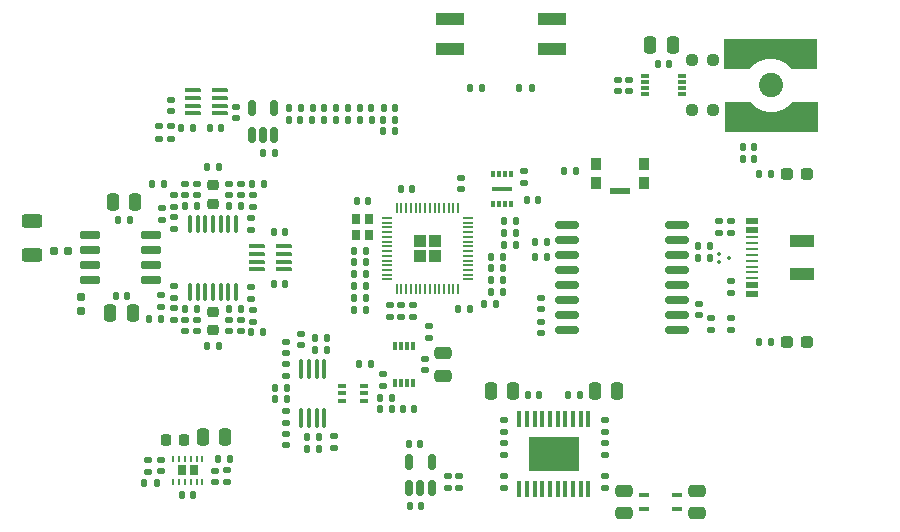
<source format=gtp>
G04 #@! TF.GenerationSoftware,KiCad,Pcbnew,7.0.6-7.0.6~ubuntu20.04.1*
G04 #@! TF.CreationDate,2024-05-17T12:06:41-07:00*
G04 #@! TF.ProjectId,harp_lick_detector_capactive,68617270-5f6c-4696-936b-5f6465746563,rev?*
G04 #@! TF.SameCoordinates,PX640a5a0PY7088980*
G04 #@! TF.FileFunction,Paste,Top*
G04 #@! TF.FilePolarity,Positive*
%FSLAX46Y46*%
G04 Gerber Fmt 4.6, Leading zero omitted, Abs format (unit mm)*
G04 Created by KiCad (PCBNEW 7.0.6-7.0.6~ubuntu20.04.1) date 2024-05-17 12:06:41*
%MOMM*%
%LPD*%
G01*
G04 APERTURE LIST*
G04 Aperture macros list*
%AMRoundRect*
0 Rectangle with rounded corners*
0 $1 Rounding radius*
0 $2 $3 $4 $5 $6 $7 $8 $9 X,Y pos of 4 corners*
0 Add a 4 corners polygon primitive as box body*
4,1,4,$2,$3,$4,$5,$6,$7,$8,$9,$2,$3,0*
0 Add four circle primitives for the rounded corners*
1,1,$1+$1,$2,$3*
1,1,$1+$1,$4,$5*
1,1,$1+$1,$6,$7*
1,1,$1+$1,$8,$9*
0 Add four rect primitives between the rounded corners*
20,1,$1+$1,$2,$3,$4,$5,0*
20,1,$1+$1,$4,$5,$6,$7,0*
20,1,$1+$1,$6,$7,$8,$9,0*
20,1,$1+$1,$8,$9,$2,$3,0*%
%AMFreePoly0*
4,1,40,6.515355,1.015355,6.530000,0.980000,6.530000,-1.460000,6.515355,-1.495355,6.480000,-1.510000,4.370000,-1.510000,4.367882,-1.509122,4.365698,-1.509814,4.350485,-1.501916,4.334645,-1.495355,4.333768,-1.493237,4.331734,-1.492182,4.233315,-1.375157,4.010127,-1.166713,3.760982,-0.990847,3.490207,-0.850543,3.202844,-0.748414,2.904254,-0.686367,2.599999,-0.665555,2.295745,-0.686367,
1.997154,-0.748415,1.709792,-0.850543,1.439022,-0.990844,1.189872,-1.166713,0.966684,-1.375157,0.868266,-1.492182,0.866231,-1.493237,0.865355,-1.495355,0.849514,-1.501916,0.834302,-1.509814,0.832117,-1.509122,0.830000,-1.510000,-1.280000,-1.510000,-1.315355,-1.495355,-1.330000,-1.460000,-1.330000,0.980000,-1.315355,1.015355,-1.280000,1.030000,6.480000,1.030000,6.515355,1.015355,
6.515355,1.015355,$1*%
G04 Aperture macros list end*
%ADD10RoundRect,0.140000X-0.140000X-0.170000X0.140000X-0.170000X0.140000X0.170000X-0.140000X0.170000X0*%
%ADD11RoundRect,0.140000X-0.170000X0.140000X-0.170000X-0.140000X0.170000X-0.140000X0.170000X0.140000X0*%
%ADD12RoundRect,0.135000X0.185000X-0.135000X0.185000X0.135000X-0.185000X0.135000X-0.185000X-0.135000X0*%
%ADD13RoundRect,0.135000X-0.135000X-0.185000X0.135000X-0.185000X0.135000X0.185000X-0.135000X0.185000X0*%
%ADD14RoundRect,0.237500X0.287500X0.237500X-0.287500X0.237500X-0.287500X-0.237500X0.287500X-0.237500X0*%
%ADD15RoundRect,0.135000X-0.185000X0.135000X-0.185000X-0.135000X0.185000X-0.135000X0.185000X0.135000X0*%
%ADD16RoundRect,0.140000X0.140000X0.170000X-0.140000X0.170000X-0.140000X-0.170000X0.140000X-0.170000X0*%
%ADD17RoundRect,0.135000X0.135000X0.185000X-0.135000X0.185000X-0.135000X-0.185000X0.135000X-0.185000X0*%
%ADD18RoundRect,0.140000X0.170000X-0.140000X0.170000X0.140000X-0.170000X0.140000X-0.170000X-0.140000X0*%
%ADD19RoundRect,0.250000X-0.475000X0.250000X-0.475000X-0.250000X0.475000X-0.250000X0.475000X0.250000X0*%
%ADD20RoundRect,0.160000X0.160000X-0.197500X0.160000X0.197500X-0.160000X0.197500X-0.160000X-0.197500X0*%
%ADD21R,2.440000X1.120000*%
%ADD22RoundRect,0.100000X-0.562500X-0.100000X0.562500X-0.100000X0.562500X0.100000X-0.562500X0.100000X0*%
%ADD23RoundRect,0.075000X-0.075000X0.075000X-0.075000X-0.075000X0.075000X-0.075000X0.075000X0.075000X0*%
%ADD24RoundRect,0.250000X-0.625000X0.312500X-0.625000X-0.312500X0.625000X-0.312500X0.625000X0.312500X0*%
%ADD25R,0.800000X0.950000*%
%ADD26RoundRect,0.062500X-0.062500X0.187500X-0.062500X-0.187500X0.062500X-0.187500X0.062500X0.187500X0*%
%ADD27RoundRect,0.250000X-0.250000X-0.475000X0.250000X-0.475000X0.250000X0.475000X-0.250000X0.475000X0*%
%ADD28RoundRect,0.225000X0.250000X-0.225000X0.250000X0.225000X-0.250000X0.225000X-0.250000X-0.225000X0*%
%ADD29RoundRect,0.150000X-0.725000X-0.150000X0.725000X-0.150000X0.725000X0.150000X-0.725000X0.150000X0*%
%ADD30R,0.800000X0.300000*%
%ADD31RoundRect,0.250000X-0.292217X0.292217X-0.292217X-0.292217X0.292217X-0.292217X0.292217X0.292217X0*%
%ADD32RoundRect,0.050000X-0.050000X0.387500X-0.050000X-0.387500X0.050000X-0.387500X0.050000X0.387500X0*%
%ADD33RoundRect,0.050000X-0.387500X0.050000X-0.387500X-0.050000X0.387500X-0.050000X0.387500X0.050000X0*%
%ADD34RoundRect,0.237500X-0.250000X-0.237500X0.250000X-0.237500X0.250000X0.237500X-0.250000X0.237500X0*%
%ADD35R,2.000000X1.000000*%
%ADD36R,1.000000X0.520000*%
%ADD37R,1.000000X0.270000*%
%ADD38RoundRect,0.250000X0.250000X0.475000X-0.250000X0.475000X-0.250000X-0.475000X0.250000X-0.475000X0*%
%ADD39R,0.900000X1.000000*%
%ADD40R,1.700000X0.550000*%
%ADD41R,0.800000X0.900000*%
%ADD42RoundRect,0.147500X-0.172500X0.147500X-0.172500X-0.147500X0.172500X-0.147500X0.172500X0.147500X0*%
%ADD43RoundRect,0.100000X-0.100000X0.712500X-0.100000X-0.712500X0.100000X-0.712500X0.100000X0.712500X0*%
%ADD44RoundRect,0.150000X0.875000X0.150000X-0.875000X0.150000X-0.875000X-0.150000X0.875000X-0.150000X0*%
%ADD45R,0.300000X0.800000*%
%ADD46C,2.050000*%
%ADD47FreePoly0,180.000000*%
%ADD48FreePoly0,0.000000*%
%ADD49RoundRect,0.100000X0.100000X-0.637500X0.100000X0.637500X-0.100000X0.637500X-0.100000X-0.637500X0*%
%ADD50RoundRect,0.100000X0.225000X0.100000X-0.225000X0.100000X-0.225000X-0.100000X0.225000X-0.100000X0*%
%ADD51RoundRect,0.147500X0.147500X0.172500X-0.147500X0.172500X-0.147500X-0.172500X0.147500X-0.172500X0*%
%ADD52R,1.140000X1.200000*%
%ADD53R,0.450000X1.450000*%
%ADD54R,4.200000X3.000000*%
%ADD55RoundRect,0.160000X-0.197500X-0.160000X0.197500X-0.160000X0.197500X0.160000X-0.197500X0.160000X0*%
%ADD56RoundRect,0.225000X-0.225000X-0.250000X0.225000X-0.250000X0.225000X0.250000X-0.225000X0.250000X0*%
%ADD57RoundRect,0.150000X0.150000X-0.512500X0.150000X0.512500X-0.150000X0.512500X-0.150000X-0.512500X0*%
%ADD58R,0.300000X0.600000*%
%ADD59R,1.700000X0.300000*%
%ADD60RoundRect,0.100000X0.350000X0.100000X-0.350000X0.100000X-0.350000X-0.100000X0.350000X-0.100000X0*%
G04 APERTURE END LIST*
D10*
G04 #@! TO.C,C6*
X39620000Y24600000D03*
X40580000Y24600000D03*
G04 #@! TD*
D11*
G04 #@! TO.C,C30*
X25300000Y31230000D03*
X25300000Y30270000D03*
G04 #@! TD*
D12*
G04 #@! TO.C,R28*
X43600000Y19990000D03*
X43600000Y21010000D03*
G04 #@! TD*
D13*
G04 #@! TO.C,R24*
X22190000Y19800000D03*
X23210000Y19800000D03*
G04 #@! TD*
D14*
G04 #@! TO.C,D1*
X77975000Y17900000D03*
X76225000Y17900000D03*
G04 #@! TD*
D15*
G04 #@! TO.C,R56*
X23070866Y36110000D03*
X23070866Y35090000D03*
G04 #@! TD*
D16*
G04 #@! TO.C,C21*
X20380000Y21800000D03*
X19420000Y21800000D03*
G04 #@! TD*
G04 #@! TO.C,C19*
X49380000Y20700000D03*
X48420000Y20700000D03*
G04 #@! TD*
D12*
G04 #@! TO.C,R40*
X60800000Y8327500D03*
X60800000Y9347500D03*
G04 #@! TD*
D17*
G04 #@! TO.C,R52*
X36610000Y8800000D03*
X35590000Y8800000D03*
G04 #@! TD*
D12*
G04 #@! TO.C,R44*
X42600000Y19990000D03*
X42600000Y21010000D03*
G04 #@! TD*
D16*
G04 #@! TO.C,C71*
X28350866Y36000000D03*
X27390866Y36000000D03*
G04 #@! TD*
D10*
G04 #@! TO.C,C9*
X51220000Y23100000D03*
X52180000Y23100000D03*
G04 #@! TD*
D15*
G04 #@! TO.C,R73*
X30900000Y22520000D03*
X30900000Y21500000D03*
G04 #@! TD*
D13*
G04 #@! TO.C,R58*
X53590000Y39400000D03*
X54610000Y39400000D03*
G04 #@! TD*
D12*
G04 #@! TO.C,R67*
X31000000Y29290000D03*
X31000000Y30310000D03*
G04 #@! TD*
D13*
G04 #@! TO.C,R62*
X35590000Y9800000D03*
X36610000Y9800000D03*
G04 #@! TD*
D18*
G04 #@! TO.C,C61*
X29600000Y36820000D03*
X29600000Y37780000D03*
G04 #@! TD*
G04 #@! TO.C,C27*
X48500000Y5520000D03*
X48500000Y6480000D03*
G04 #@! TD*
D13*
G04 #@! TO.C,R66*
X28990000Y29350000D03*
X30010000Y29350000D03*
G04 #@! TD*
D11*
G04 #@! TO.C,C38*
X33800000Y17880000D03*
X33800000Y16920000D03*
G04 #@! TD*
D19*
G04 #@! TO.C,C45*
X62400000Y5250000D03*
X62400000Y3350000D03*
G04 #@! TD*
D20*
G04 #@! TO.C,R59*
X16500000Y20502500D03*
X16500000Y21697500D03*
G04 #@! TD*
D17*
G04 #@! TO.C,R26*
X26310000Y20650000D03*
X25290000Y20650000D03*
G04 #@! TD*
D13*
G04 #@! TO.C,R75*
X39590000Y20600000D03*
X40610000Y20600000D03*
G04 #@! TD*
G04 #@! TO.C,R60*
X39590000Y22600000D03*
X40610000Y22600000D03*
G04 #@! TD*
D15*
G04 #@! TO.C,R38*
X60800000Y11247500D03*
X60800000Y10227500D03*
G04 #@! TD*
D21*
G04 #@! TO.C,SW2*
X47695000Y45170000D03*
X47695000Y42630000D03*
X56305000Y42630000D03*
X56305000Y45170000D03*
G04 #@! TD*
D10*
G04 #@! TO.C,C13*
X43520000Y30800000D03*
X44480000Y30800000D03*
G04 #@! TD*
D13*
G04 #@! TO.C,R11*
X51190000Y24100000D03*
X52210000Y24100000D03*
G04 #@! TD*
D10*
G04 #@! TO.C,C60*
X40020000Y16000000D03*
X40980000Y16000000D03*
G04 #@! TD*
G04 #@! TO.C,C8*
X72520000Y33400000D03*
X73480000Y33400000D03*
G04 #@! TD*
D22*
G04 #@! TO.C,U14*
X31362500Y25975000D03*
X31362500Y25325000D03*
X31362500Y24675000D03*
X31362500Y24025000D03*
X33637500Y24025000D03*
X33637500Y24675000D03*
X33637500Y25325000D03*
X33637500Y25975000D03*
G04 #@! TD*
D18*
G04 #@! TO.C,C64*
X37900000Y8920000D03*
X37900000Y9880000D03*
G04 #@! TD*
D23*
G04 #@! TO.C,U2*
X70475000Y25350000D03*
X70475000Y24650000D03*
X71325000Y25000000D03*
G04 #@! TD*
D16*
G04 #@! TO.C,C41*
X25980000Y4900000D03*
X25020000Y4900000D03*
G04 #@! TD*
D12*
G04 #@! TO.C,R29*
X44600000Y19990000D03*
X44600000Y21010000D03*
G04 #@! TD*
D15*
G04 #@! TO.C,R39*
X52300000Y11247500D03*
X52300000Y10227500D03*
G04 #@! TD*
D24*
G04 #@! TO.C,R14*
X12300000Y28150000D03*
X12300000Y25225000D03*
G04 #@! TD*
D16*
G04 #@! TO.C,C28*
X45180000Y9200000D03*
X44220000Y9200000D03*
G04 #@! TD*
D18*
G04 #@! TO.C,C56*
X71500000Y18920000D03*
X71500000Y19880000D03*
G04 #@! TD*
D17*
G04 #@! TO.C,R69*
X28160000Y17500000D03*
X27140000Y17500000D03*
G04 #@! TD*
D25*
G04 #@! TO.C,U11*
X26000000Y7000000D03*
X25000000Y7000000D03*
D26*
X26750000Y7950000D03*
X26250000Y7950000D03*
X25750000Y7950000D03*
X25250000Y7950000D03*
X24750000Y7950000D03*
X24250000Y7950000D03*
X24250000Y6050000D03*
X24750000Y6050000D03*
X25250000Y6050000D03*
X25750000Y6050000D03*
X26250000Y6050000D03*
X26750000Y6050000D03*
G04 #@! TD*
D27*
G04 #@! TO.C,C22*
X19150000Y29700000D03*
X21050000Y29700000D03*
G04 #@! TD*
G04 #@! TO.C,C40*
X26800000Y9800000D03*
X28700000Y9800000D03*
G04 #@! TD*
D18*
G04 #@! TO.C,C54*
X62900000Y39120000D03*
X62900000Y40080000D03*
G04 #@! TD*
D12*
G04 #@! TO.C,R3*
X70500000Y27090000D03*
X70500000Y28110000D03*
G04 #@! TD*
D28*
G04 #@! TO.C,C24*
X27650000Y18875000D03*
X27650000Y20425000D03*
G04 #@! TD*
D13*
G04 #@! TO.C,R54*
X24960866Y36000000D03*
X25980866Y36000000D03*
G04 #@! TD*
D29*
G04 #@! TO.C,U7*
X17225000Y26905000D03*
X17225000Y25635000D03*
X17225000Y24365000D03*
X17225000Y23095000D03*
X22375000Y23095000D03*
X22375000Y24365000D03*
X22375000Y25635000D03*
X22375000Y26905000D03*
G04 #@! TD*
D30*
G04 #@! TO.C,U1*
X64250000Y40350000D03*
X64250000Y39850000D03*
X64250000Y39350000D03*
X64250000Y38850000D03*
X67350000Y38850000D03*
X67350000Y39350000D03*
X67350000Y39850000D03*
X67350000Y40350000D03*
G04 #@! TD*
D12*
G04 #@! TO.C,R47*
X24350000Y21590000D03*
X24350000Y22610000D03*
G04 #@! TD*
G04 #@! TO.C,R46*
X24350000Y27390000D03*
X24350000Y28410000D03*
G04 #@! TD*
D13*
G04 #@! TO.C,R57*
X49390000Y39400000D03*
X50410000Y39400000D03*
G04 #@! TD*
D31*
G04 #@! TO.C,U4*
X46437500Y26400000D03*
X45162500Y26400000D03*
X46437500Y25125000D03*
X45162500Y25125000D03*
D32*
X48400000Y29200000D03*
X48000000Y29200000D03*
X47600000Y29200000D03*
X47200000Y29200000D03*
X46800000Y29200000D03*
X46400000Y29200000D03*
X46000000Y29200000D03*
X45600000Y29200000D03*
X45200000Y29200000D03*
X44800000Y29200000D03*
X44400000Y29200000D03*
X44000000Y29200000D03*
X43600000Y29200000D03*
X43200000Y29200000D03*
D33*
X42362500Y28362500D03*
X42362500Y27962500D03*
X42362500Y27562500D03*
X42362500Y27162500D03*
X42362500Y26762500D03*
X42362500Y26362500D03*
X42362500Y25962500D03*
X42362500Y25562500D03*
X42362500Y25162500D03*
X42362500Y24762500D03*
X42362500Y24362500D03*
X42362500Y23962500D03*
X42362500Y23562500D03*
X42362500Y23162500D03*
D32*
X43200000Y22325000D03*
X43600000Y22325000D03*
X44000000Y22325000D03*
X44400000Y22325000D03*
X44800000Y22325000D03*
X45200000Y22325000D03*
X45600000Y22325000D03*
X46000000Y22325000D03*
X46400000Y22325000D03*
X46800000Y22325000D03*
X47200000Y22325000D03*
X47600000Y22325000D03*
X48000000Y22325000D03*
X48400000Y22325000D03*
D33*
X49237500Y23162500D03*
X49237500Y23562500D03*
X49237500Y23962500D03*
X49237500Y24362500D03*
X49237500Y24762500D03*
X49237500Y25162500D03*
X49237500Y25562500D03*
X49237500Y25962500D03*
X49237500Y26362500D03*
X49237500Y26762500D03*
X49237500Y27162500D03*
X49237500Y27562500D03*
X49237500Y27962500D03*
X49237500Y28362500D03*
G04 #@! TD*
D18*
G04 #@! TO.C,C3*
X55400000Y20620000D03*
X55400000Y21580000D03*
G04 #@! TD*
D34*
G04 #@! TO.C,R30*
X68187500Y41700000D03*
X70012500Y41700000D03*
G04 #@! TD*
D35*
G04 #@! TO.C,J5*
X77500000Y23600000D03*
X77500000Y26400000D03*
D36*
X73300000Y21900000D03*
X73300000Y22650000D03*
D37*
X73300000Y23250000D03*
X73300000Y24750000D03*
X73300000Y25750000D03*
X73300000Y26750000D03*
D36*
X73300000Y27350000D03*
X73300000Y28100000D03*
X73300000Y28100000D03*
X73300000Y27350000D03*
D37*
X73300000Y26250000D03*
X73300000Y25250000D03*
X73300000Y24250000D03*
X73300000Y23750000D03*
D36*
X73300000Y22650000D03*
X73300000Y21900000D03*
G04 #@! TD*
D38*
G04 #@! TO.C,C23*
X20850000Y20300000D03*
X18950000Y20300000D03*
G04 #@! TD*
D17*
G04 #@! TO.C,R7*
X55910000Y25100000D03*
X54890000Y25100000D03*
G04 #@! TD*
G04 #@! TO.C,R50*
X43080866Y35700000D03*
X42060866Y35700000D03*
G04 #@! TD*
D39*
G04 #@! TO.C,SW1*
X60050000Y31300000D03*
X60050000Y32900000D03*
X64150000Y32900000D03*
X64150000Y31300000D03*
D40*
X62100000Y30675000D03*
G04 #@! TD*
D18*
G04 #@! TO.C,C2*
X68800000Y20120000D03*
X68800000Y21080000D03*
G04 #@! TD*
D17*
G04 #@! TO.C,R17*
X39080866Y36700000D03*
X38060866Y36700000D03*
G04 #@! TD*
D22*
G04 #@! TO.C,U18*
X25933366Y39175000D03*
X25933366Y38525000D03*
X25933366Y37875000D03*
X25933366Y37225000D03*
X28208366Y37225000D03*
X28208366Y37875000D03*
X28208366Y38525000D03*
X28208366Y39175000D03*
G04 #@! TD*
D12*
G04 #@! TO.C,R32*
X28850000Y5990000D03*
X28850000Y7010000D03*
G04 #@! TD*
D41*
G04 #@! TO.C,X1*
X39750000Y28300000D03*
X39750000Y26900000D03*
X40850000Y26900000D03*
X40850000Y28300000D03*
G04 #@! TD*
D16*
G04 #@! TO.C,C52*
X42780000Y13150000D03*
X41820000Y13150000D03*
G04 #@! TD*
D17*
G04 #@! TO.C,R6*
X55910000Y26300000D03*
X54890000Y26300000D03*
G04 #@! TD*
D13*
G04 #@! TO.C,R61*
X39590000Y21600000D03*
X40610000Y21600000D03*
G04 #@! TD*
G04 #@! TO.C,R12*
X73890000Y17900000D03*
X74910000Y17900000D03*
G04 #@! TD*
D16*
G04 #@! TO.C,C50*
X44680000Y12200000D03*
X43720000Y12200000D03*
G04 #@! TD*
D42*
G04 #@! TO.C,D3*
X71500000Y28085000D03*
X71500000Y27115000D03*
G04 #@! TD*
D16*
G04 #@! TO.C,C14*
X53280000Y26100000D03*
X52320000Y26100000D03*
G04 #@! TD*
D18*
G04 #@! TO.C,C44*
X23200000Y6920000D03*
X23200000Y7880000D03*
G04 #@! TD*
D10*
G04 #@! TO.C,C70*
X32820000Y22800000D03*
X33780000Y22800000D03*
G04 #@! TD*
D17*
G04 #@! TO.C,R4*
X69710000Y26000000D03*
X68690000Y26000000D03*
G04 #@! TD*
D14*
G04 #@! TO.C,D2*
X77975000Y32100000D03*
X76225000Y32100000D03*
G04 #@! TD*
D16*
G04 #@! TO.C,C18*
X53280000Y27100000D03*
X52320000Y27100000D03*
G04 #@! TD*
D13*
G04 #@! TO.C,R70*
X30890000Y18700000D03*
X31910000Y18700000D03*
G04 #@! TD*
D10*
G04 #@! TO.C,C10*
X51220000Y22100000D03*
X52180000Y22100000D03*
G04 #@! TD*
D18*
G04 #@! TO.C,C69*
X35100000Y17620000D03*
X35100000Y18580000D03*
G04 #@! TD*
D13*
G04 #@! TO.C,R49*
X32890000Y13010000D03*
X33910000Y13010000D03*
G04 #@! TD*
D12*
G04 #@! TO.C,R27*
X24350000Y29280000D03*
X24350000Y30300000D03*
G04 #@! TD*
G04 #@! TO.C,R18*
X23300000Y28190000D03*
X23300000Y29210000D03*
G04 #@! TD*
D17*
G04 #@! TO.C,R5*
X69710000Y25000000D03*
X68690000Y25000000D03*
G04 #@! TD*
D16*
G04 #@! TO.C,C59*
X45280000Y4000000D03*
X44320000Y4000000D03*
G04 #@! TD*
D15*
G04 #@! TO.C,R72*
X31000000Y20610000D03*
X31000000Y19590000D03*
G04 #@! TD*
D17*
G04 #@! TO.C,R16*
X41080866Y36700000D03*
X40060866Y36700000D03*
G04 #@! TD*
D38*
G04 #@! TO.C,C48*
X53050000Y13737500D03*
X51150000Y13737500D03*
G04 #@! TD*
D12*
G04 #@! TO.C,R23*
X23200000Y20790000D03*
X23200000Y21810000D03*
G04 #@! TD*
D18*
G04 #@! TO.C,C51*
X45600000Y15470000D03*
X45600000Y16430000D03*
G04 #@! TD*
D11*
G04 #@! TO.C,C37*
X69800000Y19880000D03*
X69800000Y18920000D03*
G04 #@! TD*
D18*
G04 #@! TO.C,C74*
X29000000Y18770000D03*
X29000000Y19730000D03*
G04 #@! TD*
D15*
G04 #@! TO.C,R9*
X54000000Y32310000D03*
X54000000Y31290000D03*
G04 #@! TD*
D16*
G04 #@! TO.C,C1*
X55180000Y29900000D03*
X54220000Y29900000D03*
G04 #@! TD*
D11*
G04 #@! TO.C,C31*
X26300000Y31230000D03*
X26300000Y30270000D03*
G04 #@! TD*
D10*
G04 #@! TO.C,C35*
X42090866Y37700000D03*
X43050866Y37700000D03*
G04 #@! TD*
D43*
G04 #@! TO.C,U10*
X37075000Y15612500D03*
X36425000Y15612500D03*
X35775000Y15612500D03*
X35125000Y15612500D03*
X35125000Y11387500D03*
X35775000Y11387500D03*
X36425000Y11387500D03*
X37075000Y11387500D03*
G04 #@! TD*
D13*
G04 #@! TO.C,R53*
X36240000Y18200000D03*
X37260000Y18200000D03*
G04 #@! TD*
D19*
G04 #@! TO.C,C11*
X47100000Y16900000D03*
X47100000Y15000000D03*
G04 #@! TD*
D38*
G04 #@! TO.C,C39*
X66550000Y43000000D03*
X64650000Y43000000D03*
G04 #@! TD*
D12*
G04 #@! TO.C,R41*
X52300000Y8327500D03*
X52300000Y9347500D03*
G04 #@! TD*
D11*
G04 #@! TO.C,C12*
X48600000Y31780000D03*
X48600000Y30820000D03*
G04 #@! TD*
D10*
G04 #@! TO.C,C15*
X39620000Y25600000D03*
X40580000Y25600000D03*
G04 #@! TD*
D44*
G04 #@! TO.C,U3*
X66950000Y18855000D03*
X66950000Y20125000D03*
X66950000Y21395000D03*
X66950000Y22665000D03*
X66950000Y23935000D03*
X66950000Y25205000D03*
X66950000Y26475000D03*
X66950000Y27745000D03*
X57650000Y27745000D03*
X57650000Y26475000D03*
X57650000Y25205000D03*
X57650000Y23935000D03*
X57650000Y22665000D03*
X57650000Y21395000D03*
X57650000Y20125000D03*
X57650000Y18855000D03*
G04 #@! TD*
D10*
G04 #@! TO.C,C46*
X57720000Y13337500D03*
X58680000Y13337500D03*
G04 #@! TD*
G04 #@! TO.C,C55*
X65320000Y41400000D03*
X66280000Y41400000D03*
G04 #@! TD*
D18*
G04 #@! TO.C,C65*
X33800000Y9120000D03*
X33800000Y10080000D03*
G04 #@! TD*
D10*
G04 #@! TO.C,C57*
X38090866Y37700000D03*
X39050866Y37700000D03*
G04 #@! TD*
D11*
G04 #@! TO.C,C26*
X47500000Y6480000D03*
X47500000Y5520000D03*
G04 #@! TD*
D17*
G04 #@! TO.C,R65*
X31960000Y31250000D03*
X30940000Y31250000D03*
G04 #@! TD*
D16*
G04 #@! TO.C,C47*
X55280000Y13337500D03*
X54320000Y13337500D03*
G04 #@! TD*
D45*
G04 #@! TO.C,U13*
X44550000Y17500000D03*
X44050000Y17500000D03*
X43550000Y17500000D03*
X43050000Y17500000D03*
X43050000Y14400000D03*
X43550000Y14400000D03*
X44050000Y14400000D03*
X44550000Y14400000D03*
G04 #@! TD*
D17*
G04 #@! TO.C,R8*
X43080866Y36700000D03*
X42060866Y36700000D03*
G04 #@! TD*
D46*
G04 #@! TO.C,J7*
X74900000Y39600000D03*
D47*
X77500000Y36700000D03*
D48*
X72300000Y42500000D03*
G04 #@! TD*
D17*
G04 #@! TO.C,R64*
X28160000Y32650000D03*
X27140000Y32650000D03*
G04 #@! TD*
D18*
G04 #@! TO.C,C16*
X45950000Y18220000D03*
X45950000Y19180000D03*
G04 #@! TD*
D49*
G04 #@! TO.C,U6*
X25700000Y22137500D03*
X26350000Y22137500D03*
X27000000Y22137500D03*
X27650000Y22137500D03*
X28300000Y22137500D03*
X28950000Y22137500D03*
X29600000Y22137500D03*
X29600000Y27862500D03*
X28950000Y27862500D03*
X28300000Y27862500D03*
X27650000Y27862500D03*
X27000000Y27862500D03*
X26350000Y27862500D03*
X25700000Y27862500D03*
G04 #@! TD*
D10*
G04 #@! TO.C,C62*
X31890866Y33900000D03*
X32850866Y33900000D03*
G04 #@! TD*
D13*
G04 #@! TO.C,R71*
X28990000Y20650000D03*
X30010000Y20650000D03*
G04 #@! TD*
D12*
G04 #@! TO.C,R37*
X52300000Y5527500D03*
X52300000Y6547500D03*
G04 #@! TD*
D13*
G04 #@! TO.C,R10*
X51190000Y25050000D03*
X52210000Y25050000D03*
G04 #@! TD*
D17*
G04 #@! TO.C,R51*
X33910000Y14010000D03*
X32890000Y14010000D03*
G04 #@! TD*
D18*
G04 #@! TO.C,C34*
X26300000Y18770000D03*
X26300000Y19730000D03*
G04 #@! TD*
D16*
G04 #@! TO.C,C17*
X51580000Y21100000D03*
X50620000Y21100000D03*
G04 #@! TD*
D18*
G04 #@! TO.C,C73*
X30000000Y18770000D03*
X30000000Y19730000D03*
G04 #@! TD*
D13*
G04 #@! TO.C,R13*
X73890000Y32100000D03*
X74910000Y32100000D03*
G04 #@! TD*
D15*
G04 #@! TO.C,R21*
X33800000Y16020000D03*
X33800000Y15000000D03*
G04 #@! TD*
D50*
G04 #@! TO.C,U9*
X40450000Y12860000D03*
X40450000Y13510000D03*
X40450000Y14160000D03*
X38550000Y14160000D03*
X38550000Y13510000D03*
X38550000Y12860000D03*
G04 #@! TD*
D51*
G04 #@! TO.C,D4*
X73485000Y34400000D03*
X72515000Y34400000D03*
G04 #@! TD*
D12*
G04 #@! TO.C,R63*
X33800000Y11000000D03*
X33800000Y12020000D03*
G04 #@! TD*
D15*
G04 #@! TO.C,R2*
X71500000Y23010000D03*
X71500000Y21990000D03*
G04 #@! TD*
D11*
G04 #@! TO.C,C72*
X29000000Y31230000D03*
X29000000Y30270000D03*
G04 #@! TD*
D18*
G04 #@! TO.C,C63*
X24070866Y37420000D03*
X24070866Y38380000D03*
G04 #@! TD*
D10*
G04 #@! TO.C,C20*
X19620000Y28200000D03*
X20580000Y28200000D03*
G04 #@! TD*
D52*
G04 #@! TO.C,U12*
X57900000Y9150000D03*
X56500000Y9150000D03*
X55100000Y9150000D03*
X57900000Y7650000D03*
X56500000Y7650000D03*
X55100000Y7650000D03*
D53*
X59425000Y11350000D03*
X58775000Y11350000D03*
X58125000Y11350000D03*
X57475000Y11350000D03*
X56825000Y11350000D03*
X56175000Y11350000D03*
X55525000Y11350000D03*
X54875000Y11350000D03*
X54225000Y11350000D03*
X53575000Y11350000D03*
X53575000Y5450000D03*
X54225000Y5450000D03*
X54875000Y5450000D03*
X55525000Y5450000D03*
X56175000Y5450000D03*
X56825000Y5450000D03*
X57475000Y5450000D03*
X58125000Y5450000D03*
X58775000Y5450000D03*
X59425000Y5450000D03*
D54*
X56500000Y8400000D03*
G04 #@! TD*
D55*
G04 #@! TO.C,R15*
X14202500Y25600000D03*
X15397500Y25600000D03*
G04 #@! TD*
D19*
G04 #@! TO.C,C67*
X68600000Y5250000D03*
X68600000Y3350000D03*
G04 #@! TD*
D17*
G04 #@! TO.C,R34*
X29060000Y8000000D03*
X28040000Y8000000D03*
G04 #@! TD*
D11*
G04 #@! TO.C,C53*
X61900000Y40080000D03*
X61900000Y39120000D03*
G04 #@! TD*
D56*
G04 #@! TO.C,C42*
X23675000Y9600000D03*
X25225000Y9600000D03*
G04 #@! TD*
D13*
G04 #@! TO.C,R22*
X36240000Y17200000D03*
X37260000Y17200000D03*
G04 #@! TD*
G04 #@! TO.C,R35*
X21840000Y5900000D03*
X22860000Y5900000D03*
G04 #@! TD*
G04 #@! TO.C,R19*
X22490000Y31200000D03*
X23510000Y31200000D03*
G04 #@! TD*
D11*
G04 #@! TO.C,C5*
X55400000Y19580000D03*
X55400000Y18620000D03*
G04 #@! TD*
D15*
G04 #@! TO.C,R55*
X24070866Y36110000D03*
X24070866Y35090000D03*
G04 #@! TD*
D17*
G04 #@! TO.C,R20*
X26310000Y29350000D03*
X25290000Y29350000D03*
G04 #@! TD*
D12*
G04 #@! TO.C,R68*
X30900000Y27380000D03*
X30900000Y28400000D03*
G04 #@! TD*
D34*
G04 #@! TO.C,R31*
X68187500Y37500000D03*
X70012500Y37500000D03*
G04 #@! TD*
D12*
G04 #@! TO.C,R36*
X60800000Y5527500D03*
X60800000Y6547500D03*
G04 #@! TD*
D57*
G04 #@! TO.C,U17*
X30920866Y35362500D03*
X31870866Y35362500D03*
X32820866Y35362500D03*
X32820866Y37637500D03*
X30920866Y37637500D03*
G04 #@! TD*
D11*
G04 #@! TO.C,C43*
X27800000Y6980000D03*
X27800000Y6020000D03*
G04 #@! TD*
D17*
G04 #@! TO.C,R45*
X37080866Y36700000D03*
X36060866Y36700000D03*
G04 #@! TD*
D10*
G04 #@! TO.C,C29*
X32820000Y27200000D03*
X33780000Y27200000D03*
G04 #@! TD*
D28*
G04 #@! TO.C,C25*
X27650000Y29575000D03*
X27650000Y31125000D03*
G04 #@! TD*
D27*
G04 #@! TO.C,C49*
X59950000Y13737500D03*
X61850000Y13737500D03*
G04 #@! TD*
D17*
G04 #@! TO.C,R43*
X42810000Y12150000D03*
X41790000Y12150000D03*
G04 #@! TD*
D13*
G04 #@! TO.C,R25*
X34060866Y37700000D03*
X35080866Y37700000D03*
G04 #@! TD*
G04 #@! TO.C,R74*
X39590000Y23600000D03*
X40610000Y23600000D03*
G04 #@! TD*
D58*
G04 #@! TO.C,U5*
X52850000Y32050000D03*
X52350000Y32050000D03*
X51850000Y32050000D03*
X51350000Y32050000D03*
X51350000Y29550000D03*
X51850000Y29550000D03*
X52350000Y29550000D03*
X52850000Y29550000D03*
D59*
X52100000Y30800000D03*
G04 #@! TD*
D60*
G04 #@! TO.C,L1*
X66900000Y3725000D03*
X66900000Y4875000D03*
X64100000Y4875000D03*
X64100000Y3725000D03*
G04 #@! TD*
D15*
G04 #@! TO.C,R33*
X22150000Y7910000D03*
X22150000Y6890000D03*
G04 #@! TD*
D10*
G04 #@! TO.C,C36*
X40090866Y37700000D03*
X41050866Y37700000D03*
G04 #@! TD*
D15*
G04 #@! TO.C,R48*
X24350000Y20710000D03*
X24350000Y19690000D03*
G04 #@! TD*
D16*
G04 #@! TO.C,C32*
X35050866Y36700000D03*
X34090866Y36700000D03*
G04 #@! TD*
D57*
G04 #@! TO.C,U8*
X44250000Y5462500D03*
X45200000Y5462500D03*
X46150000Y5462500D03*
X46150000Y7737500D03*
X44250000Y7737500D03*
G04 #@! TD*
D16*
G04 #@! TO.C,C7*
X53280000Y28100000D03*
X52320000Y28100000D03*
G04 #@! TD*
D10*
G04 #@! TO.C,C4*
X39820000Y29800000D03*
X40780000Y29800000D03*
G04 #@! TD*
D18*
G04 #@! TO.C,C33*
X25300000Y18770000D03*
X25300000Y19730000D03*
G04 #@! TD*
D15*
G04 #@! TO.C,R42*
X42000000Y15160000D03*
X42000000Y14140000D03*
G04 #@! TD*
D17*
G04 #@! TO.C,R1*
X58410000Y32300000D03*
X57390000Y32300000D03*
G04 #@! TD*
D11*
G04 #@! TO.C,C68*
X30000000Y31230000D03*
X30000000Y30270000D03*
G04 #@! TD*
D10*
G04 #@! TO.C,C58*
X36090866Y37700000D03*
X37050866Y37700000D03*
G04 #@! TD*
M02*

</source>
